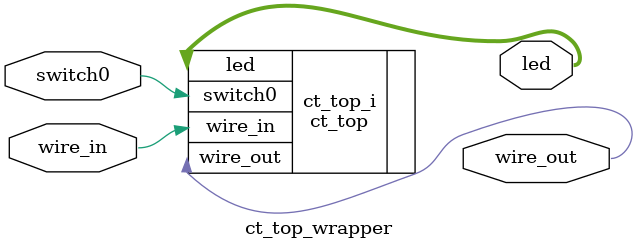
<source format=v>
`timescale 1 ps / 1 ps

module ct_top_wrapper
   (led,
    switch0,
    wire_in,
    wire_out);
  output [3:0]led;
  input switch0;
  input wire_in;
  output wire_out;

  wire [3:0]led;
  wire switch0;
  wire wire_in;
  wire wire_out;

  ct_top ct_top_i
       (.led(led),
        .switch0(switch0),
        .wire_in(wire_in),
        .wire_out(wire_out));
endmodule

</source>
